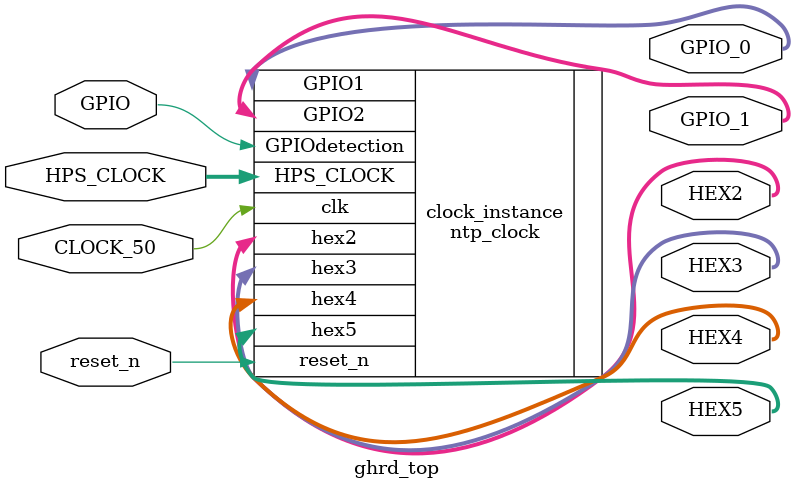
<source format=v>
module ghrd_top(

    input              CLOCK_50,
    input               reset_n,
    input      GPIO,
    output     [22:0]   GPIO_0,
    output     [23:0]   GPIO_1,
    output     [6:0]    HEX2,
    output     [6:0]    HEX3,
    output     [6:0]    HEX4,
    output     [6:0]    HEX5,
    input wire [31:0]   HPS_CLOCK
);

// Инстанцируем модуль ntp_clock с именем экземпляра clock_instance
ntp_clock clock_instance (
    .clk(CLOCK_50),
    .reset_n(reset_n),
    .HPS_CLOCK(HPS_CLOCK),
    .GPIOdetection(GPIO),
    .GPIO1(GPIO_0[22:0]),
    .GPIO2(GPIO_1[23:0]),
    .hex2(HEX2),
    .hex3(HEX3),
    .hex4(HEX4),
    .hex5(HEX5)
);

endmodule

</source>
